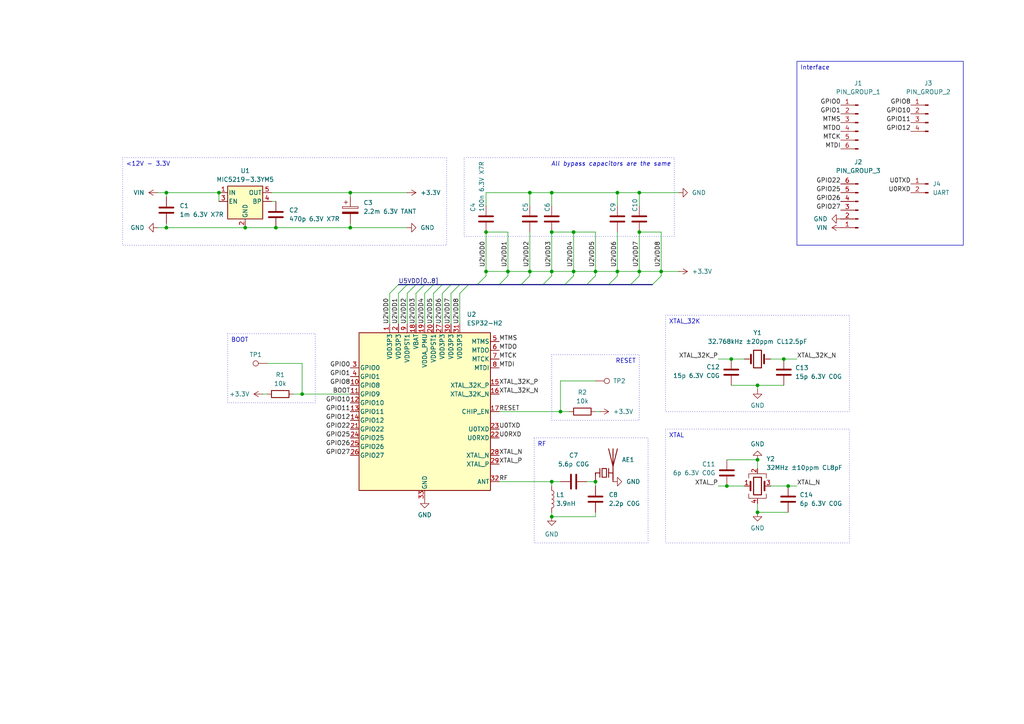
<source format=kicad_sch>
(kicad_sch (version 20250114) (generator "eeschema") (generator_version "9.0")
  (paper "A4")
  (title_block (title "ESP32-H2-THTKIT") (date "2025-05-28") (rev "1.0.0") (company "SIVAKOV.TECH"))
  (lib_symbols
    (symbol "Connector:Conn_01x02_Pin" (pin_names (offset 1.016) (hide yes))
      (property "Reference" "J" (at 0 2.54 0))
      (property "Value" "Conn_01x02_Pin" (at 0 -5.08 0))
      (symbol "Conn_01x02_Pin_1_1"
        (rectangle (start 0.8636 0.127) (end 0 -0.127) (stroke (width 0.1524)) (fill (type outline)))
        (rectangle (start 0.8636 -2.413) (end 0 -2.667) (stroke (width 0.1524)) (fill (type outline)))
        (polyline (pts (xy 1.27 0) (xy 0.8636 0)) (stroke (width 0.1524)))
        (polyline (pts (xy 1.27 -2.54) (xy 0.8636 -2.54)) (stroke (width 0.1524)))
        (pin passive line (at 5.08 0 180) (length 3.81) (name "Pin_1") (number "1"))
        (pin passive line (at 5.08 -2.54 180) (length 3.81) (name "Pin_2") (number "2"))
      )
    )
    (symbol "Connector:Conn_01x04_Pin" (pin_names (offset 1.016) (hide yes))
      (property "Reference" "J" (at 0 5.08 0))
      (property "Value" "Conn_01x04_Pin" (at 0 -7.62 0))
      (symbol "Conn_01x04_Pin_1_1"
        (rectangle (start 0.8636 2.667) (end 0 2.413) (stroke (width 0.1524)) (fill (type outline)))
        (rectangle (start 0.8636 0.127) (end 0 -0.127) (stroke (width 0.1524)) (fill (type outline)))
        (rectangle (start 0.8636 -2.413) (end 0 -2.667) (stroke (width 0.1524)) (fill (type outline)))
        (rectangle (start 0.8636 -4.953) (end 0 -5.207) (stroke (width 0.1524)) (fill (type outline)))
        (polyline (pts (xy 1.27 2.54) (xy 0.8636 2.54)) (stroke (width 0.1524)))
        (polyline (pts (xy 1.27 0) (xy 0.8636 0)) (stroke (width 0.1524)))
        (polyline (pts (xy 1.27 -2.54) (xy 0.8636 -2.54)) (stroke (width 0.1524)))
        (polyline (pts (xy 1.27 -5.08) (xy 0.8636 -5.08)) (stroke (width 0.1524)))
        (pin passive line (at 5.08 2.54 180) (length 3.81) (name "Pin_1") (number "1"))
        (pin passive line (at 5.08 0 180) (length 3.81) (name "Pin_2") (number "2"))
        (pin passive line (at 5.08 -2.54 180) (length 3.81) (name "Pin_3") (number "3"))
        (pin passive line (at 5.08 -5.08 180) (length 3.81) (name "Pin_4") (number "4"))
      )
    )
    (symbol "Connector:Conn_01x06_Pin" (pin_names (offset 1.016) (hide yes))
      (property "Reference" "J" (at 0 7.62 0))
      (property "Value" "Conn_01x06_Pin" (at 0 -10.16 0))
      (symbol "Conn_01x06_Pin_1_1"
        (rectangle (start 0.8636 5.207) (end 0 4.953) (stroke (width 0.1524)) (fill (type outline)))
        (rectangle (start 0.8636 2.667) (end 0 2.413) (stroke (width 0.1524)) (fill (type outline)))
        (rectangle (start 0.8636 0.127) (end 0 -0.127) (stroke (width 0.1524)) (fill (type outline)))
        (rectangle (start 0.8636 -2.413) (end 0 -2.667) (stroke (width 0.1524)) (fill (type outline)))
        (rectangle (start 0.8636 -4.953) (end 0 -5.207) (stroke (width 0.1524)) (fill (type outline)))
        (rectangle (start 0.8636 -7.493) (end 0 -7.747) (stroke (width 0.1524)) (fill (type outline)))
        (polyline (pts (xy 1.27 5.08) (xy 0.8636 5.08)) (stroke (width 0.1524)))
        (polyline (pts (xy 1.27 2.54) (xy 0.8636 2.54)) (stroke (width 0.1524)))
        (polyline (pts (xy 1.27 0) (xy 0.8636 0)) (stroke (width 0.1524)))
        (polyline (pts (xy 1.27 -2.54) (xy 0.8636 -2.54)) (stroke (width 0.1524)))
        (polyline (pts (xy 1.27 -5.08) (xy 0.8636 -5.08)) (stroke (width 0.1524)))
        (polyline (pts (xy 1.27 -7.62) (xy 0.8636 -7.62)) (stroke (width 0.1524)))
        (pin passive line (at 5.08 5.08 180) (length 3.81) (name "Pin_1") (number "1"))
        (pin passive line (at 5.08 2.54 180) (length 3.81) (name "Pin_2") (number "2"))
        (pin passive line (at 5.08 0 180) (length 3.81) (name "Pin_3") (number "3"))
        (pin passive line (at 5.08 -2.54 180) (length 3.81) (name "Pin_4") (number "4"))
        (pin passive line (at 5.08 -5.08 180) (length 3.81) (name "Pin_5") (number "5"))
        (pin passive line (at 5.08 -7.62 180) (length 3.81) (name "Pin_6") (number "6"))
      )
    )
    (symbol "Connector:TestPoint" (pin_numbers (hide yes)) (pin_names (offset 0.762) (hide yes))
      (property "Reference" "TP" (at 0 6.858 0))
      (property "Value" "TestPoint" (at 0 5.08 0))
      (symbol "TestPoint_0_1"
        (circle (center 0 3.302) (radius 0.762))
      )
      (symbol "TestPoint_1_1"
        (pin passive line (at 0 0 90) (length 2.54) (name "1") (number "1"))
      )
    )
    (symbol "Device:Antenna_Chip" (pin_numbers (hide yes)) (pin_names (offset 1.016) (hide yes))
      (property "Reference" "AE" (at 0 5.08 0))
      (property "Value" "Antenna_Chip" (at 0 3.175 0))
      (symbol "Antenna_Chip_0_1"
        (polyline (pts (xy -2.54 0) (xy -2.54 -0.635)) (stroke (width 0.254)))
        (polyline (pts (xy -2.54 0) (xy -1.27 0)) (stroke (width 0.254)))
        (polyline (pts (xy -1.27 1.27) (xy -1.27 -1.27) (xy -1.27 0)) (stroke (width 0.254)))
        (polyline (pts (xy -0.635 1.27) (xy 0.635 1.27) (xy 0.635 -1.27) (xy -0.635 -1.27) (xy -0.635 1.27)) (stroke (width 0.254)))
        (polyline (pts (xy 1.27 1.27) (xy 1.27 -1.27)) (stroke (width 0.254)))
        (polyline (pts (xy 1.27 0) (xy 2.54 0)) (stroke (width 0.254)))
        (polyline (pts (xy 2.54 6.985) (xy 2.54 -1.905)) (stroke (width 0.254)))
        (polyline (pts (xy 2.54 -0.635) (xy 2.54 0)))
        (polyline (pts (xy 3.81 6.985) (xy 2.54 1.905) (xy 1.27 6.985)) (stroke (width 0.254)))
      )
      (symbol "Antenna_Chip_1_1"
        (pin input line (at -2.54 -2.54 90) (length 2.54) (name "FEED") (number "1"))
        (pin passive line (at 2.54 -2.54 90) (length 2.54) (name "PCB_Trace") (number "2"))
      )
    )
    (symbol "Device:C" (pin_numbers (hide yes)) (pin_names (offset 0.254))
      (property "Reference" "C" (at 0.635 2.54 0))
      (property "Value" "C" (at 0.635 -2.54 0))
      (symbol "C_0_1"
        (polyline (pts (xy -2.032 0.762) (xy 2.032 0.762)) (stroke (width 0.508)))
        (polyline (pts (xy -2.032 -0.762) (xy 2.032 -0.762)) (stroke (width 0.508)))
      )
      (symbol "C_1_1"
        (pin passive line (at 0 3.81 270) (length 2.794) (name "~") (number "1"))
        (pin passive line (at 0 -3.81 90) (length 2.794) (name "~") (number "2"))
      )
    )
    (symbol "Device:C_Polarized" (pin_numbers (hide yes)) (pin_names (offset 0.254))
      (property "Reference" "C" (at 0.635 2.54 0))
      (property "Value" "C_Polarized" (at 0.635 -2.54 0))
      (symbol "C_Polarized_0_1"
        (rectangle (start -2.286 0.508) (end 2.286 1.016))
        (polyline (pts (xy -1.778 2.286) (xy -0.762 2.286)))
        (polyline (pts (xy -1.27 2.794) (xy -1.27 1.778)))
        (rectangle (start 2.286 -0.508) (end -2.286 -1.016) (fill (type outline)))
      )
      (symbol "C_Polarized_1_1"
        (pin passive line (at 0 3.81 270) (length 2.794) (name "~") (number "1"))
        (pin passive line (at 0 -3.81 90) (length 2.794) (name "~") (number "2"))
      )
    )
    (symbol "Device:Crystal" (pin_numbers (hide yes)) (pin_names (offset 1.016) (hide yes))
      (property "Reference" "Y" (at 0 3.81 0))
      (property "Value" "Crystal" (at 0 -3.81 0))
      (symbol "Crystal_0_1"
        (polyline (pts (xy -2.54 0) (xy -1.905 0)))
        (polyline (pts (xy -1.905 -1.27) (xy -1.905 1.27)) (stroke (width 0.508)))
        (rectangle (start -1.143 2.54) (end 1.143 -2.54) (stroke (width 0.3048)))
        (polyline (pts (xy 1.905 -1.27) (xy 1.905 1.27)) (stroke (width 0.508)))
        (polyline (pts (xy 2.54 0) (xy 1.905 0)))
      )
      (symbol "Crystal_1_1"
        (pin passive line (at -3.81 0 0) (length 1.27) (name "1") (number "1"))
        (pin passive line (at 3.81 0 180) (length 1.27) (name "2") (number "2"))
      )
    )
    (symbol "Device:Crystal_GND24" (pin_names (offset 1.016) (hide yes))
      (property "Reference" "Y" (at 3.175 5.08 0))
      (property "Value" "Crystal_GND24" (at 3.175 3.175 0))
      (symbol "Crystal_GND24_0_1"
        (polyline (pts (xy -2.54 2.286) (xy -2.54 3.556) (xy 2.54 3.556) (xy 2.54 2.286)))
        (polyline (pts (xy -2.54 0) (xy -2.032 0)))
        (polyline (pts (xy -2.54 -2.286) (xy -2.54 -3.556) (xy 2.54 -3.556) (xy 2.54 -2.286)))
        (polyline (pts (xy -2.032 -1.27) (xy -2.032 1.27)) (stroke (width 0.508)))
        (rectangle (start -1.143 2.54) (end 1.143 -2.54) (stroke (width 0.3048)))
        (polyline (pts (xy 0 3.556) (xy 0 3.81)))
        (polyline (pts (xy 0 -3.81) (xy 0 -3.556)))
        (polyline (pts (xy 2.032 0) (xy 2.54 0)))
        (polyline (pts (xy 2.032 -1.27) (xy 2.032 1.27)) (stroke (width 0.508)))
      )
      (symbol "Crystal_GND24_1_1"
        (pin passive line (at -3.81 0 0) (length 1.27) (name "1") (number "1"))
        (pin passive line (at 0 5.08 270) (length 1.27) (name "2") (number "2"))
        (pin passive line (at 0 -5.08 90) (length 1.27) (name "4") (number "4"))
        (pin passive line (at 3.81 0 180) (length 1.27) (name "3") (number "3"))
      )
    )
    (symbol "Device:L" (pin_numbers (hide yes)) (pin_names (offset 1.016) (hide yes))
      (property "Reference" "L" (at -1.27 0 90))
      (property "Value" "L" (at 1.905 0 90))
      (symbol "L_0_1"
        (arc (start 0 2.54) (mid 0.6323 1.905) (end 0 1.27))
        (arc (start 0 1.27) (mid 0.6323 0.635) (end 0 0))
        (arc (start 0 0) (mid 0.6323 -0.635) (end 0 -1.27))
        (arc (start 0 -1.27) (mid 0.6323 -1.905) (end 0 -2.54))
      )
      (symbol "L_1_1"
        (pin passive line (at 0 3.81 270) (length 1.27) (name "1") (number "1"))
        (pin passive line (at 0 -3.81 90) (length 1.27) (name "2") (number "2"))
      )
    )
    (symbol "PCM_SKC_MCU_Espressif:ESP32-H2" (pin_names (offset 0.254))
      (property "Reference" "U" (at 12.954 24.384 0))
      (property "Value" "ESP32-H2" (at 12.954 21.844 0))
      (symbol "ESP32-H2_1_1"
        (rectangle (start -19.05 19.05) (end 19.05 -26.67) (stroke (width 0.254)) (fill (type background)))
        (pin bidirectional line (at -21.59 8.89 0) (length 2.54) (name "GPIO0") (number "3"))
        (pin bidirectional line (at -21.59 6.35 0) (length 2.54) (name "GPIO1") (number "4"))
        (pin bidirectional line (at -21.59 3.81 0) (length 2.54) (name "GPIO8") (number "10"))
        (pin bidirectional line (at -21.59 1.27 0) (length 2.54) (name "GPIO9") (number "11"))
        (pin bidirectional line (at -21.59 -1.27 0) (length 2.54) (name "GPIO10") (number "12"))
        (pin bidirectional line (at -21.59 -3.81 0) (length 2.54) (name "GPIO11") (number "13"))
        (pin bidirectional line (at -21.59 -6.35 0) (length 2.54) (name "GPIO12") (number "14"))
        (pin bidirectional line (at -21.59 -8.89 0) (length 2.54) (name "GPIO22") (number "21"))
        (pin bidirectional line (at -21.59 -11.43 0) (length 2.54) (name "GPIO25") (number "24"))
        (pin bidirectional line (at -21.59 -13.97 0) (length 2.54) (name "GPIO26") (number "25"))
        (pin bidirectional line (at -21.59 -16.51 0) (length 2.54) (name "GPIO27") (number "26"))
        (pin power_in line (at -10.16 21.59 270) (length 2.54) (name "VDD3P3") (number "1"))
        (pin power_in line (at -7.62 21.59 270) (length 2.54) (name "VDD3P3") (number "2"))
        (pin power_in line (at -5.08 21.59 270) (length 2.54) (name "VDDPST1") (number "9"))
        (pin power_in line (at -2.54 21.59 270) (length 2.54) (name "VBAT") (number "18"))
        (pin power_in line (at 0 21.59 270) (length 2.54) (name "VDDA_PMU") (number "19"))
        (pin power_in line (at 0 -29.21 90) (length 2.54) (name "GND") (number "33"))
        (pin power_in line (at 2.54 21.59 270) (length 2.54) (name "VDDPST1") (number "20"))
        (pin power_in line (at 5.08 21.59 270) (length 2.54) (name "VDD3P3") (number "27"))
        (pin power_in line (at 7.62 21.59 270) (length 2.54) (name "VDD3P3") (number "30"))
        (pin power_in line (at 10.16 21.59 270) (length 2.54) (name "VDD3P3") (number "31"))
        (pin bidirectional line (at 21.59 16.51 180) (length 2.54) (name "MTMS") (number "5"))
        (pin bidirectional line (at 21.59 13.97 180) (length 2.54) (name "MTDO") (number "6"))
        (pin bidirectional line (at 21.59 11.43 180) (length 2.54) (name "MTCK") (number "7"))
        (pin bidirectional line (at 21.59 8.89 180) (length 2.54) (name "MTDI") (number "8"))
        (pin input line (at 21.59 3.81 180) (length 2.54) (name "XTAL_32K_P") (number "15"))
        (pin input line (at 21.59 1.27 180) (length 2.54) (name "XTAL_32K_N") (number "16"))
        (pin input line (at 21.59 -3.81 180) (length 2.54) (name "CHIP_EN") (number "17"))
        (pin bidirectional line (at 21.59 -8.89 180) (length 2.54) (name "U0TXD") (number "23"))
        (pin bidirectional line (at 21.59 -11.43 180) (length 2.54) (name "U0RXD") (number "22"))
        (pin output line (at 21.59 -16.51 180) (length 2.54) (name "XTAL_N") (number "28"))
        (pin input line (at 21.59 -19.05 180) (length 2.54) (name "XTAL_P") (number "29"))
        (pin passive line (at 21.59 -24.13 180) (length 2.54) (name "ANT") (number "32"))
      )
    )
    (symbol "R_1" (pin_numbers (hide yes)) (pin_names (offset 0))
      (property "Reference" "R" (at 2.032 0 90))
      (property "Value" "R" (at 0 0 90))
      (symbol "R_1_0_1"
        (rectangle (start -1.016 -2.54) (end 1.016 2.54) (stroke (width 0.254)))
      )
      (symbol "R_1_1_1"
        (pin passive line (at 0 3.81 270) (length 1.27) (name "~") (number "1"))
        (pin passive line (at 0 -3.81 90) (length 1.27) (name "~") (number "2"))
      )
    )
    (symbol "Regulator_Linear:MIC5219-3.3YM5" (pin_names (offset 0.254))
      (property "Reference" "U" (at -3.81 5.715 0))
      (property "Value" "MIC5219-3.3YM5" (at 0 5.715 0))
      (symbol "MIC5219-3.3YM5_0_1"
        (rectangle (start -5.08 4.445) (end 5.08 -5.08) (stroke (width 0.254)) (fill (type background)))
      )
      (symbol "MIC5219-3.3YM5_1_1"
        (pin power_in line (at -7.62 2.54 0) (length 2.54) (name "IN") (number "1"))
        (pin input line (at -7.62 0 0) (length 2.54) (name "EN") (number "3"))
        (pin power_in line (at 0 -7.62 90) (length 2.54) (name "GND") (number "2"))
        (pin power_out line (at 7.62 2.54 180) (length 2.54) (name "OUT") (number "5"))
        (pin input line (at 7.62 0 180) (length 2.54) (name "BP") (number "4"))
      )
    )
    (symbol "power:+3.3V" (power) (pin_numbers (hide yes)) (pin_names (offset 0) (hide yes))
      (property "Value" "+3.3V" (at 0 3.556 0))
      (symbol "+3.3V_0_1"
        (polyline (pts (xy -0.762 1.27) (xy 0 2.54)))
        (polyline (pts (xy 0 2.54) (xy 0.762 1.27)))
        (polyline (pts (xy 0 0) (xy 0 2.54)))
      )
      (symbol "+3.3V_1_1"
        (pin power_in line (at 0 0 90) (length 0) (name "~") (number "1"))
      )
    )
    (symbol "power:GND" (power) (pin_numbers (hide yes)) (pin_names (offset 0) (hide yes))
      (property "Value" "GND" (at 0 -3.81 0))
      (symbol "GND_0_1"
        (polyline (pts (xy 0 0) (xy 0 -1.27) (xy 1.27 -1.27) (xy 0 -2.54) (xy -1.27 -1.27) (xy 0 -1.27)))
      )
      (symbol "GND_1_1"
        (pin power_in line (at 0 0 270) (length 0) (name "~") (number "1"))
      )
    )
    (symbol "power:VCC" (power) (pin_numbers (hide yes)) (pin_names (offset 0) (hide yes))
      (property "Value" "VCC" (at 0 3.556 0))
      (symbol "VCC_0_1"
        (polyline (pts (xy -0.762 1.27) (xy 0 2.54)))
        (polyline (pts (xy 0 2.54) (xy 0.762 1.27)))
        (polyline (pts (xy 0 0) (xy 0 2.54)))
      )
      (symbol "VCC_1_1"
        (pin power_in line (at 0 0 90) (length 0) (name "~") (number "1"))
      )
    )
  )
  (text_box "XTAL" (at 193.04 124.46 0) (size 53.34 33.02) (margins 0.9525 0.9525 0.9525 0.9525) (stroke (width 0) (type dot)) (effects (font (size 1.27 1.27)) (justify left top)))
  (text_box "RESET" (at 160.02 102.87 0) (size 25.4 19.05) (margins 0.9525 0.9525 0.9525 0.9525) (stroke (width 0) (type dot)) (effects (font (size 1.27 1.27)) (justify right top)))
  (text_box "XTAL_32K" (at 193.04 91.44 0) (size 53.34 27.94) (margins 0.9525 0.9525 0.9525 0.9525) (stroke (width 0) (type dot)) (effects (font (size 1.27 1.27)) (justify left top)))
  (text_box "All bypass capacitors are the same" (at 134.62 45.72 0) (size 60.96 22.86) (margins 0.9525 0.9525 0.9525 0.9525) (stroke (width 0) (type dot)) (effects (font (size 1.27 1.27) (italic yes)) (justify right top)))
  (text_box "BOOT" (at 66.04 96.774 0) (size 25.4 20.066) (margins 0.9525 0.9525 0.9525 0.9525) (stroke (width 0) (type dot)) (effects (font (size 1.27 1.27)) (justify left top)))
  (text_box "Interface" (at 231.14 17.78 0) (size 48.26 53.34) (margins 0.9525 0.9525 0.9525 0.9525) (effects (font (size 1.27 1.27)) (justify left top)))
  (text_box "<12V - 3.3V" (at 35.56 45.72 0) (size 93.98 25.4) (margins 0.9525 0.9525 0.9525 0.9525) (stroke (width 0) (type dot)) (effects (font (size 1.27 1.27)) (justify left top)))
  (text_box "RF" (at 154.94 127 0) (size 33.02 30.48) (margins 0.9525 0.9525 0.9525 0.9525) (stroke (width 0) (type dot)) (effects (font (size 1.27 1.27)) (justify left top)))
  (junction (at 219.71 133.35))
  (junction (at 210.82 140.97))
  (junction (at 101.6 55.88))
  (junction (at 160.02 149.86))
  (junction (at 140.97 67.31))
  (junction (at 160.02 67.31))
  (junction (at 166.37 67.31))
  (junction (at 172.72 78.74))
  (junction (at 153.67 78.74))
  (junction (at 48.26 66.04))
  (junction (at 219.71 148.59))
  (junction (at 160.02 139.7))
  (junction (at 160.02 78.74))
  (junction (at 80.01 66.04))
  (junction (at 227.33 104.14))
  (junction (at 101.6 66.04))
  (junction (at 212.09 104.14))
  (junction (at 191.77 78.74))
  (junction (at 219.71 111.76))
  (junction (at 162.56 119.38))
  (junction (at 185.42 78.74))
  (junction (at 48.26 55.88))
  (junction (at 166.37 78.74))
  (junction (at 172.72 139.7))
  (junction (at 185.42 67.31))
  (junction (at 140.97 78.74))
  (junction (at 87.63 114.3))
  (junction (at 179.07 55.88))
  (junction (at 160.02 55.88))
  (junction (at 228.6 140.97))
  (junction (at 147.32 78.74))
  (junction (at 153.67 55.88))
  (junction (at 185.42 55.88))
  (junction (at 179.07 78.74))
  (junction (at 63.5 55.88))
  (junction (at 71.12 66.04))
  (bus_entry (at 118.11 85.09) (size 2.54 -2.54))
  (bus_entry (at 182.88 82.55) (size 2.54 -2.54))
  (bus_entry (at 123.19 85.09) (size 2.54 -2.54))
  (bus_entry (at 138.43 82.55) (size 2.54 -2.54))
  (bus_entry (at 144.78 82.55) (size 2.54 -2.54))
  (bus_entry (at 125.73 85.09) (size 2.54 -2.54))
  (bus_entry (at 120.65 85.09) (size 2.54 -2.54))
  (bus_entry (at 133.35 85.09) (size 2.54 -2.54))
  (bus_entry (at 170.18 82.55) (size 2.54 -2.54))
  (bus_entry (at 115.57 85.09) (size 2.54 -2.54))
  (bus_entry (at 176.53 82.55) (size 2.54 -2.54))
  (bus_entry (at 113.03 85.09) (size 2.54 -2.54))
  (bus_entry (at 128.27 85.09) (size 2.54 -2.54))
  (bus_entry (at 163.83 82.55) (size 2.54 -2.54))
  (bus_entry (at 189.23 82.55) (size 2.54 -2.54))
  (bus_entry (at 151.13 82.55) (size 2.54 -2.54))
  (bus_entry (at 157.48 82.55) (size 2.54 -2.54))
  (bus_entry (at 130.81 85.09) (size 2.54 -2.54))
  (wire (pts (xy 140.97 55.88) (xy 153.67 55.88)))
  (wire (pts (xy 160.02 67.31) (xy 160.02 78.74)))
  (wire (pts (xy 133.35 85.09) (xy 133.35 93.98)))
  (wire (pts (xy 172.72 140.97) (xy 172.72 139.7)))
  (bus (pts (xy 135.89 82.55) (xy 138.43 82.55)))
  (wire (pts (xy 160.02 67.31) (xy 166.37 67.31)))
  (wire (pts (xy 118.11 85.09) (xy 118.11 93.98)))
  (bus (pts (xy 128.27 82.55) (xy 130.81 82.55)))
  (wire (pts (xy 185.42 55.88) (xy 196.85 55.88)))
  (bus (pts (xy 115.57 82.55) (xy 118.11 82.55)))
  (bus (pts (xy 118.11 82.55) (xy 120.65 82.55)))
  (bus (pts (xy 170.18 82.55) (xy 176.53 82.55)))
  (wire (pts (xy 185.42 67.31) (xy 185.42 78.74)))
  (wire (pts (xy 219.71 146.05) (xy 219.71 148.59)))
  (wire (pts (xy 113.03 85.09) (xy 113.03 93.98)))
  (wire (pts (xy 87.63 105.41) (xy 77.47 105.41)))
  (wire (pts (xy 101.6 64.77) (xy 101.6 66.04)))
  (wire (pts (xy 210.82 140.97) (xy 215.9 140.97)))
  (wire (pts (xy 191.77 78.74) (xy 191.77 67.31)))
  (wire (pts (xy 128.27 85.09) (xy 128.27 93.98)))
  (wire (pts (xy 166.37 67.31) (xy 172.72 67.31)))
  (wire (pts (xy 140.97 78.74) (xy 147.32 78.74)))
  (wire (pts (xy 179.07 67.31) (xy 179.07 78.74)))
  (wire (pts (xy 101.6 55.88) (xy 78.74 55.88)))
  (wire (pts (xy 219.71 111.76) (xy 227.33 111.76)))
  (wire (pts (xy 185.42 67.31) (xy 191.77 67.31)))
  (bus (pts (xy 133.35 82.55) (xy 135.89 82.55)))
  (wire (pts (xy 160.02 55.88) (xy 160.02 59.69)))
  (wire (pts (xy 48.26 64.77) (xy 48.26 66.04)))
  (wire (pts (xy 160.02 140.97) (xy 160.02 139.7)))
  (wire (pts (xy 147.32 67.31) (xy 147.32 78.74)))
  (wire (pts (xy 179.07 78.74) (xy 179.07 80.01)))
  (wire (pts (xy 140.97 55.88) (xy 140.97 59.69)))
  (wire (pts (xy 140.97 78.74) (xy 140.97 80.01)))
  (wire (pts (xy 185.42 55.88) (xy 185.42 59.69)))
  (bus (pts (xy 138.43 82.55) (xy 144.78 82.55)))
  (wire (pts (xy 185.42 78.74) (xy 185.42 80.01)))
  (wire (pts (xy 172.72 149.86) (xy 172.72 148.59)))
  (wire (pts (xy 166.37 78.74) (xy 172.72 78.74)))
  (wire (pts (xy 160.02 139.7) (xy 162.56 139.7)))
  (bus (pts (xy 130.81 82.55) (xy 133.35 82.55)))
  (wire (pts (xy 153.67 78.74) (xy 153.67 80.01)))
  (wire (pts (xy 147.32 78.74) (xy 147.32 80.01)))
  (wire (pts (xy 208.28 140.97) (xy 210.82 140.97)))
  (wire (pts (xy 219.71 113.03) (xy 219.71 111.76)))
  (wire (pts (xy 185.42 78.74) (xy 191.77 78.74)))
  (wire (pts (xy 153.67 55.88) (xy 160.02 55.88)))
  (wire (pts (xy 172.72 78.74) (xy 179.07 78.74)))
  (wire (pts (xy 160.02 139.7) (xy 144.78 139.7)))
  (wire (pts (xy 48.26 55.88) (xy 63.5 55.88)))
  (wire (pts (xy 153.67 67.31) (xy 153.67 78.74)))
  (wire (pts (xy 85.09 114.3) (xy 87.63 114.3)))
  (wire (pts (xy 115.57 85.09) (xy 115.57 93.98)))
  (wire (pts (xy 63.5 55.88) (xy 63.5 58.42)))
  (wire (pts (xy 212.09 111.76) (xy 219.71 111.76)))
  (bus (pts (xy 176.53 82.55) (xy 182.88 82.55)))
  (wire (pts (xy 219.71 133.35) (xy 219.71 135.89)))
  (wire (pts (xy 162.56 119.38) (xy 165.1 119.38)))
  (wire (pts (xy 120.65 85.09) (xy 120.65 93.98)))
  (wire (pts (xy 147.32 78.74) (xy 153.67 78.74)))
  (wire (pts (xy 162.56 110.49) (xy 162.56 119.38)))
  (wire (pts (xy 172.72 67.31) (xy 172.72 78.74)))
  (bus (pts (xy 157.48 82.55) (xy 163.83 82.55)))
  (wire (pts (xy 80.01 66.04) (xy 101.6 66.04)))
  (wire (pts (xy 210.82 133.35) (xy 219.71 133.35)))
  (wire (pts (xy 179.07 55.88) (xy 179.07 59.69)))
  (wire (pts (xy 153.67 55.88) (xy 153.67 59.69)))
  (bus (pts (xy 182.88 82.55) (xy 189.23 82.55)))
  (wire (pts (xy 78.74 58.42) (xy 80.01 58.42)))
  (wire (pts (xy 223.52 140.97) (xy 228.6 140.97)))
  (wire (pts (xy 160.02 78.74) (xy 166.37 78.74)))
  (bus (pts (xy 151.13 82.55) (xy 157.48 82.55)))
  (wire (pts (xy 153.67 78.74) (xy 160.02 78.74)))
  (wire (pts (xy 87.63 114.3) (xy 101.6 114.3)))
  (wire (pts (xy 160.02 149.86) (xy 172.72 149.86)))
  (wire (pts (xy 166.37 78.74) (xy 166.37 80.01)))
  (wire (pts (xy 48.26 66.04) (xy 71.12 66.04)))
  (wire (pts (xy 147.32 67.31) (xy 140.97 67.31)))
  (wire (pts (xy 208.28 104.14) (xy 212.09 104.14)))
  (wire (pts (xy 191.77 78.74) (xy 196.85 78.74)))
  (wire (pts (xy 118.11 66.04) (xy 101.6 66.04)))
  (wire (pts (xy 212.09 104.14) (xy 215.9 104.14)))
  (wire (pts (xy 125.73 85.09) (xy 125.73 93.98)))
  (wire (pts (xy 162.56 110.49) (xy 172.72 110.49)))
  (wire (pts (xy 223.52 104.14) (xy 227.33 104.14)))
  (wire (pts (xy 101.6 57.15) (xy 101.6 55.88)))
  (wire (pts (xy 162.56 119.38) (xy 144.78 119.38)))
  (wire (pts (xy 118.11 55.88) (xy 101.6 55.88)))
  (bus (pts (xy 125.73 82.55) (xy 128.27 82.55)))
  (wire (pts (xy 219.71 148.59) (xy 228.6 148.59)))
  (wire (pts (xy 71.12 66.04) (xy 80.01 66.04)))
  (wire (pts (xy 140.97 67.31) (xy 140.97 78.74)))
  (wire (pts (xy 170.18 139.7) (xy 172.72 139.7)))
  (wire (pts (xy 179.07 78.74) (xy 185.42 78.74)))
  (wire (pts (xy 77.47 114.3) (xy 76.2 114.3)))
  (bus (pts (xy 120.65 82.55) (xy 123.19 82.55)))
  (bus (pts (xy 163.83 82.55) (xy 170.18 82.55)))
  (bus (pts (xy 123.19 82.55) (xy 125.73 82.55)))
  (wire (pts (xy 87.63 105.41) (xy 87.63 114.3)))
  (wire (pts (xy 227.33 104.14) (xy 231.14 104.14)))
  (wire (pts (xy 191.77 78.74) (xy 191.77 80.01)))
  (wire (pts (xy 130.81 85.09) (xy 130.81 93.98)))
  (wire (pts (xy 228.6 140.97) (xy 231.14 140.97)))
  (wire (pts (xy 172.72 78.74) (xy 172.72 80.01)))
  (wire (pts (xy 123.19 85.09) (xy 123.19 93.98)))
  (wire (pts (xy 179.07 55.88) (xy 185.42 55.88)))
  (wire (pts (xy 172.72 119.38) (xy 173.99 119.38)))
  (wire (pts (xy 160.02 78.74) (xy 160.02 80.01)))
  (wire (pts (xy 160.02 149.86) (xy 160.02 148.59)))
  (wire (pts (xy 45.72 66.04) (xy 48.26 66.04)))
  (wire (pts (xy 48.26 57.15) (xy 48.26 55.88)))
  (wire (pts (xy 160.02 55.88) (xy 179.07 55.88)))
  (wire (pts (xy 45.72 55.88) (xy 48.26 55.88)))
  (wire (pts (xy 166.37 67.31) (xy 166.37 78.74)))
  (bus (pts (xy 144.78 82.55) (xy 151.13 82.55)))
  (label "GPIO1" (at 243.84 33.02 180))
  (label "MTCK" (at 144.78 104.14 0))
  (label "RESET" (at 144.78 119.38 0))
  (label "MTDI" (at 144.78 106.68 0))
  (label "GPIO1" (at 101.6 109.22 180))
  (label "${/e6db0464-d5ed-455b-a2e6-781edb73e811/edecc3f9-a7b9-410f-8550-e60d1ac272ad/758f794a-fa4d-451c-bf0b-12229bccd962:REFERENCE}VDD6" (at 179.07 77.47 90))
  (label "${/e6db0464-d5ed-455b-a2e6-781edb73e811/edecc3f9-a7b9-410f-8550-e60d1ac272ad/758f794a-fa4d-451c-bf0b-12229bccd962:REFERENCE}VDD5" (at 125.73 93.98 90))
  (label "XTAL_32K_N" (at 144.78 114.3 0))
  (label "MTMS" (at 243.84 35.56 180))
  (label "RF" (at 144.78 139.7 0))
  (label "${/e6db0464-d5ed-455b-a2e6-781edb73e811/edecc3f9-a7b9-410f-8550-e60d1ac272ad/758f794a-fa4d-451c-bf0b-12229bccd962:REFERENCE}VDD8" (at 133.35 93.98 90))
  (label "GPIO27" (at 243.84 60.96 180))
  (label "XTAL_N" (at 231.14 140.97 0))
  (label "${/e6db0464-d5ed-455b-a2e6-781edb73e811/edecc3f9-a7b9-410f-8550-e60d1ac272ad/758f794a-fa4d-451c-bf0b-12229bccd962:REFERENCE}VDD2" (at 153.67 77.47 90))
  (label "MTMS" (at 144.78 99.06 0))
  (label "${/e6db0464-d5ed-455b-a2e6-781edb73e811/edecc3f9-a7b9-410f-8550-e60d1ac272ad/758f794a-fa4d-451c-bf0b-12229bccd962:REFERENCE}VDD6" (at 128.27 93.98 90))
  (label "GPIO11" (at 264.16 35.56 180))
  (label "${/e6db0464-d5ed-455b-a2e6-781edb73e811/edecc3f9-a7b9-410f-8550-e60d1ac272ad/758f794a-fa4d-451c-bf0b-12229bccd962:REFERENCE}VDD1" (at 115.57 93.98 90))
  (label "${/e6db0464-d5ed-455b-a2e6-781edb73e811/edecc3f9-a7b9-410f-8550-e60d1ac272ad/758f794a-fa4d-451c-bf0b-12229bccd962:REFERENCE}VDD4" (at 123.19 93.98 90))
  (label "GPIO8" (at 101.6 111.76 180))
  (label "${/e6db0464-d5ed-455b-a2e6-781edb73e811/edecc3f9-a7b9-410f-8550-e60d1ac272ad/758f794a-fa4d-451c-bf0b-12229bccd962:REFERENCE}VDD4" (at 166.37 77.47 90))
  (label "${/e6db0464-d5ed-455b-a2e6-781edb73e811/edecc3f9-a7b9-410f-8550-e60d1ac272ad/758f794a-fa4d-451c-bf0b-12229bccd962:REFERENCE}VDD3" (at 160.02 77.47 90))
  (label "${/e6db0464-d5ed-455b-a2e6-781edb73e811/edecc3f9-a7b9-410f-8550-e60d1ac272ad/758f794a-fa4d-451c-bf0b-12229bccd962:REFERENCE}VDD0" (at 140.97 77.47 90))
  (label "GPIO0" (at 101.6 106.68 180))
  (label "GPIO22" (at 243.84 53.34 180))
  (label "GPIO25" (at 101.6 127 180))
  (label "GPIO22" (at 101.6 124.46 180))
  (label "XTAL_32K_P" (at 208.28 104.14 180))
  (label "XTAL_32K_P" (at 144.78 111.76 0))
  (label "MTCK" (at 243.84 40.64 180))
  (label "GPIO25" (at 243.84 55.88 180))
  (label "${/e6db0464-d5ed-455b-a2e6-781edb73e811/edecc3f9-a7b9-410f-8550-e60d1ac272ad/758f794a-fa4d-451c-bf0b-12229bccd962:REFERENCE}VDD7" (at 185.42 77.47 90))
  (label "XTAL_P" (at 208.28 140.97 180))
  (label "GPIO26" (at 243.84 58.42 180))
  (label "U0TXD" (at 144.78 124.46 0))
  (label "GPIO12" (at 264.16 38.1 180))
  (label "MTDO" (at 144.78 101.6 0))
  (label "XTAL_N" (at 144.78 132.08 0))
  (label "${/e6db0464-d5ed-455b-a2e6-781edb73e811/edecc3f9-a7b9-410f-8550-e60d1ac272ad/758f794a-fa4d-451c-bf0b-12229bccd962:REFERENCE}VDD8" (at 191.77 77.47 90))
  (label "U5VDD[0..8]" (at 115.57 82.55 0))
  (label "MTDO" (at 243.84 38.1 180))
  (label "MTDI" (at 243.84 43.18 180))
  (label "${/e6db0464-d5ed-455b-a2e6-781edb73e811/edecc3f9-a7b9-410f-8550-e60d1ac272ad/758f794a-fa4d-451c-bf0b-12229bccd962:REFERENCE}VDD2" (at 118.11 93.98 90))
  (label "XTAL_32K_N" (at 231.14 104.14 0))
  (label "BOOT" (at 101.6 114.3 180))
  (label "XTAL_P" (at 144.78 134.62 0))
  (label "GPIO8" (at 264.16 30.48 180))
  (label "GPIO0" (at 243.84 30.48 180))
  (label "${/e6db0464-d5ed-455b-a2e6-781edb73e811/edecc3f9-a7b9-410f-8550-e60d1ac272ad/758f794a-fa4d-451c-bf0b-12229bccd962:REFERENCE}VDD3" (at 120.65 93.98 90))
  (label "${/e6db0464-d5ed-455b-a2e6-781edb73e811/edecc3f9-a7b9-410f-8550-e60d1ac272ad/758f794a-fa4d-451c-bf0b-12229bccd962:REFERENCE}VDD0" (at 113.03 93.98 90))
  (label "U0RXD" (at 144.78 127 0))
  (label "${/e6db0464-d5ed-455b-a2e6-781edb73e811/edecc3f9-a7b9-410f-8550-e60d1ac272ad/758f794a-fa4d-451c-bf0b-12229bccd962:REFERENCE}VDD7" (at 130.81 93.98 90))
  (label "GPIO26" (at 101.6 129.54 180))
  (label "GPIO27" (at 101.6 132.08 180))
  (label "GPIO10" (at 101.6 116.84 180))
  (label "U0TXD" (at 264.16 53.34 180))
  (label "GPIO12" (at 101.6 121.92 180))
  (label "GPIO11" (at 101.6 119.38 180))
  (label "U0RXD" (at 264.16 55.88 180))
  (label "${/e6db0464-d5ed-455b-a2e6-781edb73e811/edecc3f9-a7b9-410f-8550-e60d1ac272ad/758f794a-fa4d-451c-bf0b-12229bccd962:REFERENCE}VDD5" (at 172.72 77.47 90))
  (label "GPIO10" (at 264.16 33.02 180))
  (label "${/e6db0464-d5ed-455b-a2e6-781edb73e811/edecc3f9-a7b9-410f-8550-e60d1ac272ad/758f794a-fa4d-451c-bf0b-12229bccd962:REFERENCE}VDD1" (at 147.32 77.47 90))
  (symbol (lib_id "power:+3.3V") (at 76.2 114.3 90) (mirror x) (unit 1)
    (property "Reference" "#PWR03" (effects (hide yes)))
    (property "Value" "+3.3V" (at 72.39 114.2999 90) (effects (justify left)))
    (property "Description" "Power symbol creates a global label with name \"+3.3V\"" (effects (hide yes)))
  )
  (symbol (lib_id "Device:C") (at 140.97 63.5 0) (unit 1)
    (property "Reference" "C4" (at 137.16 61.468 90) (effects (justify left)))
    (property "Value" "100n 6.3V X7R" (at 139.7 61.468 90) (effects (justify left)))
    (property "Footprint" "Capacitor_SMD:C_0402_1005Metric" (effects (hide yes)))
    (property "Description" "Unpolarized capacitor" (effects (hide yes)))
    (property "LCSC PN" "C309458" (effects (hide yes)))
  )
  (symbol (lib_id "Device:C") (at 210.82 137.16 180) (unit 1)
    (property "Reference" "C11" (at 207.518 134.62 0) (effects (justify left)))
    (property "Value" "6p 6.3V C0G" (at 207.518 137.16 0) (effects (justify left)))
    (property "Footprint" "Capacitor_SMD:C_0201_0603Metric" (effects (hide yes)))
    (property "Description" "Unpolarized capacitor" (effects (hide yes)))
    (property "LCSC PN" "C161434" (effects (hide yes)))
  )
  (symbol (lib_id "Connector:TestPoint") (at 77.47 105.41 90) (unit 1) (in_bom no)
    (property "Reference" "TP1" (at 74.168 102.87 90))
    (property "Value" "TestPoint" (effects (hide yes)))
    (property "Footprint" "TestPoint:TestPoint_Pad_D1.0mm" (effects (hide yes)))
    (property "Description" "test point" (effects (hide yes)))
  )
  (symbol (lib_id "power:GND") (at 160.02 149.86 0) (unit 1)
    (property "Reference" "#PWR07" (effects (hide yes)))
    (property "Value" "GND" (at 160.02 154.94 0))
    (property "Description" "Power symbol creates a global label with name \"GND\" , ground" (effects (hide yes)))
  )
  (symbol (lib_id "Device:C") (at 179.07 63.5 0) (unit 1)
    (property "Reference" "C9" (at 177.8 61.468 90) (effects (justify left)))
    (property "Value" "100n 6.3V X7R" (effects (hide yes)))
    (property "Footprint" "Capacitor_SMD:C_0402_1005Metric" (effects (hide yes)))
    (property "Description" "Unpolarized capacitor" (effects (hide yes)))
    (property "LCSC PN" "C309458" (effects (hide yes)))
  )
  (symbol (lib_name "R_1") (lib_id "Device:R") (at 168.91 119.38 90) (unit 1)
    (property "Reference" "R2" (at 168.91 113.792 90))
    (property "Value" "10k" (at 168.91 116.332 90))
    (property "Footprint" "Resistor_SMD:R_0402_1005Metric" (effects (hide yes)))
    (property "Description" "Resistor" (effects (hide yes)))
    (property "LCSC PN" "C25744" (effects (hide yes)))
  )
  (symbol (lib_id "power:GND") (at 219.71 148.59 0) (unit 1)
    (property "Reference" "#PWR014" (effects (hide yes)))
    (property "Value" "GND" (at 219.71 153.162 0))
    (property "Description" "Power symbol creates a global label with name \"GND\" , ground" (effects (hide yes)))
  )
  (symbol (lib_id "power:+3.3V") (at 196.85 78.74 270) (unit 1)
    (property "Reference" "#PWR011" (effects (hide yes)))
    (property "Value" "+3.3V" (at 200.66 78.7399 90) (effects (justify left)))
    (property "Description" "Power symbol creates a global label with name \"+3.3V\"" (effects (hide yes)))
  )
  (symbol (lib_id "Device:C") (at 172.72 144.78 180) (unit 1)
    (property "Reference" "C8" (at 176.53 143.5099 0) (effects (justify right)))
    (property "Value" "2.2p C0G" (at 176.53 146.0499 0) (effects (justify right)))
    (property "Footprint" "Capacitor_SMD:C_0201_0603Metric" (effects (hide yes)))
    (property "Description" "Unpolarized capacitor" (effects (hide yes)))
    (property "LCSC PN" "C710732" (effects (hide yes)))
  )
  (symbol (lib_id "power:VCC") (at 45.72 55.88 90) (unit 1)
    (property "Reference" "#PWR01" (effects (hide yes)))
    (property "Value" "VIN" (at 41.91 55.8799 90) (effects (justify left)))
    (property "Description" "Power symbol creates a global label with name \"VCC\"" (effects (hide yes)))
  )
  (symbol (lib_id "Device:C") (at 80.01 62.23 180) (unit 1)
    (property "Reference" "C2" (at 83.82 60.9599 0) (effects (justify right)))
    (property "Value" "470p 6.3V X7R" (at 83.82 63.4999 0) (effects (justify right)))
    (property "Footprint" "Capacitor_SMD:C_0201_0603Metric" (effects (hide yes)))
    (property "Description" "Unpolarized capacitor" (effects (hide yes)))
    (property "LCSC PN" "C694489" (effects (hide yes)))
  )
  (symbol (lib_id "Device:Crystal_GND24") (at 219.71 140.97 0) (unit 1)
    (property "Reference" "Y2" (at 222.25 133.096 0) (effects (justify left)))
    (property "Value" "32MHz ±10ppm CL8pF" (at 222.25 135.636 0) (effects (justify left)))
    (property "Footprint" "PCM_SKC_Crystals:Crystal_SMD_1612-4Pin_1.6x1.2mm" (effects (hide yes)))
    (property "Description" "Four pin crystal, GND on pins 2 and 4" (effects (hide yes)))
    (property "LCSC PN" "C7301921" (effects (hide yes)))
  )
  (symbol (lib_id "power:GND") (at 243.84 63.5 270) (mirror x) (unit 1)
    (property "Reference" "#PWR015" (effects (hide yes)))
    (property "Value" "GND" (at 240.03 63.5001 90) (effects (justify right)))
    (property "Description" "Power symbol creates a global label with name \"GND\" , ground" (effects (hide yes)))
  )
  (symbol (lib_id "PCM_SKC_MCU_Espressif:ESP32-H2") (at 123.19 115.57 0) (unit 1)
    (property "Reference" "U2" (at 135.382 91.186 0) (effects (justify left)))
    (property "Value" "ESP32-H2" (at 135.382 93.726 0) (effects (justify left)))
    (property "Footprint" "PCM_SKC_MCU_Espressif:TQFN_32_1EP_4x4mm_P0.4mm_EP2.4x2.4mm_Compact" (effects (hide yes)))
    (property "Datasheet" "https://cdn.jsdelivr.net/gh/sivakov512/kicad-library@master/datasheets/MCU/Espressif/Espressif_ESP32-H2.pdf" (effects (hide yes)))
    (property "Description" "2.4 GHz IEEE 802.15.4 + BLE 5 LE MCU, 32-bit RISC-V, 32 GPIO, QFN3" (effects (hide yes)))
    (property "LCSC PN" "C22470214" (effects (hide yes)))
  )
  (symbol (lib_id "Device:Antenna_Chip") (at 175.26 137.16 0) (unit 1) (in_bom no)
    (property "Reference" "AE1" (at 180.34 133.3499 0) (effects (justify left)))
    (property "Value" "Antenna_Chip" (effects (hide yes)))
    (property "Footprint" "PCM_SKC_Antennas_SMD:Antenna_PCB_Espressif_2.4GHz_Right" (effects (hide yes)))
    (property "Description" "Ceramic chip antenna with pin for PCB trace" (effects (hide yes)))
  )
  (symbol (lib_id "Regulator_Linear:MIC5219-3.3YM5") (at 71.12 58.42 0) (unit 1)
    (property "Reference" "U1" (at 71.12 49.53 0))
    (property "Value" "MIC5219-3.3YM5" (at 71.12 52.07 0))
    (property "Footprint" "Package_TO_SOT_SMD:SOT-23-5" (effects (hide yes)))
    (property "Datasheet" "http://ww1.microchip.com/downloads/en/DeviceDoc/MIC5219-500mA-Peak-Output-LDO-Regulator-DS20006021A.pdf" (effects (hide yes)))
    (property "Description" "500mA low dropout linear regulator, fixed 3.3V output, SOT-23-5" (effects (hide yes)))
    (property "LCSC PN" "C29613" (effects (hide yes)))
  )
  (symbol (lib_id "power:GND") (at 196.85 55.88 90) (unit 1)
    (property "Reference" "#PWR010" (effects (hide yes)))
    (property "Value" "GND" (at 200.66 55.8799 90) (effects (justify right)))
    (property "Description" "Power symbol creates a global label with name \"GND\" , ground" (effects (hide yes)))
  )
  (symbol (lib_id "Device:C") (at 166.37 139.7 270) (unit 1)
    (property "Reference" "C7" (at 166.37 132.08 90))
    (property "Value" "5.6p C0G" (at 166.37 134.62 90))
    (property "Footprint" "Capacitor_SMD:C_0201_0603Metric" (effects (hide yes)))
    (property "Description" "Unpolarized capacitor" (effects (hide yes)))
    (property "LCSC PN" "C85914" (effects (hide yes)))
  )
  (symbol (lib_id "Device:C") (at 160.02 63.5 0) (unit 1)
    (property "Reference" "C6" (at 158.75 61.468 90) (effects (justify left)))
    (property "Value" "100n 6.3V X7R" (effects (hide yes)))
    (property "Footprint" "Capacitor_SMD:C_0402_1005Metric" (effects (hide yes)))
    (property "Description" "Unpolarized capacitor" (effects (hide yes)))
    (property "LCSC PN" "C309458" (effects (hide yes)))
  )
  (symbol (lib_id "Device:Crystal") (at 219.71 104.14 0) (unit 1)
    (property "Reference" "Y1" (at 219.71 96.52 0))
    (property "Value" "32.768kHz ±20ppm CL12.5pF" (at 219.71 99.06 0))
    (property "Footprint" "Crystal:Crystal_SMD_2012-2Pin_2.0x1.2mm" (effects (hide yes)))
    (property "Description" "Two pin crystal" (effects (hide yes)))
    (property "LCSC PN" "C55208" (effects (hide yes)))
  )
  (symbol (lib_id "Device:C") (at 228.6 144.78 180) (unit 1)
    (property "Reference" "C14" (at 231.902 143.51 0) (effects (justify right)))
    (property "Value" "6p 6.3V C0G" (at 231.902 146.05 0) (effects (justify right)))
    (property "Footprint" "Capacitor_SMD:C_0201_0603Metric" (effects (hide yes)))
    (property "Description" "Unpolarized capacitor" (effects (hide yes)))
    (property "LCSC PN" "C237455" (effects (hide yes)))
  )
  (symbol (lib_id "Connector:TestPoint") (at 172.72 110.49 270) (unit 1) (in_bom no)
    (property "Reference" "TP2" (at 177.8 110.4899 90) (effects (justify left)))
    (property "Value" "TestPoint" (effects (hide yes)))
    (property "Footprint" "TestPoint:TestPoint_Pad_D1.0mm" (effects (hide yes)))
    (property "Description" "test point" (effects (hide yes)))
  )
  (symbol (lib_id "Connector:Conn_01x06_Pin") (at 248.92 60.96 180) (unit 1) (in_bom no)
    (property "Reference" "J2" (at 248.92 46.99 0))
    (property "Value" "PIN_GROUP_3" (at 248.92 49.53 0))
    (property "Footprint" "PCM_SKC_Connector_PinHeader_2.54mm:PinHeader_1x06_P2.54mm_Vertical_NoSilk" (effects (hide yes)))
    (property "Description" "Generic connector, single row, 01x06, script generated" (effects (hide yes)))
  )
  (symbol (lib_id "power:GND") (at 118.11 66.04 90) (unit 1)
    (property "Reference" "#PWR05" (effects (hide yes)))
    (property "Value" "GND" (at 121.92 66.0399 90) (effects (justify right)))
    (property "Description" "Power symbol creates a global label with name \"GND\" , ground" (effects (hide yes)))
  )
  (symbol (lib_id "power:+3.3V") (at 118.11 55.88 270) (unit 1)
    (property "Reference" "#PWR04" (effects (hide yes)))
    (property "Value" "+3.3V" (at 121.92 55.8799 90) (effects (justify left)))
    (property "Description" "Power symbol creates a global label with name \"+3.3V\"" (effects (hide yes)))
  )
  (symbol (lib_id "power:+3.3V") (at 173.99 119.38 270) (unit 1)
    (property "Reference" "#PWR08" (effects (hide yes)))
    (property "Value" "+3.3V" (at 177.8 119.3799 90) (effects (justify left)))
    (property "Description" "Power symbol creates a global label with name \"+3.3V\"" (effects (hide yes)))
  )
  (symbol (lib_id "Connector:Conn_01x04_Pin") (at 269.24 33.02 0) (mirror y) (unit 1) (in_bom no)
    (property "Reference" "J3" (at 269.24 24.13 0))
    (property "Value" "PIN_GROUP_2" (at 269.24 26.67 0))
    (property "Footprint" "PCM_SKC_Connector_PinHeader_2.54mm:PinHeader_1x04_P2.54mm_Vertical_NoSilk" (effects (hide yes)))
    (property "Description" "Generic connector, single row, 01x04, script generated" (effects (hide yes)))
  )
  (symbol (lib_id "Device:C") (at 153.67 63.5 0) (unit 1)
    (property "Reference" "C5" (at 152.4 61.468 90) (effects (justify left)))
    (property "Value" "100n 6.3V X7R" (effects (hide yes)))
    (property "Footprint" "Capacitor_SMD:C_0402_1005Metric" (effects (hide yes)))
    (property "Description" "Unpolarized capacitor" (effects (hide yes)))
    (property "LCSC PN" "C309458" (effects (hide yes)))
  )
  (symbol (lib_id "Connector:Conn_01x06_Pin") (at 248.92 35.56 0) (mirror y) (unit 1) (in_bom no)
    (property "Reference" "J1" (at 248.92 24.13 0))
    (property "Value" "PIN_GROUP_1" (at 248.92 26.67 0))
    (property "Footprint" "PCM_SKC_Connector_PinHeader_2.54mm:PinHeader_1x06_P2.54mm_Vertical_NoSilk" (effects (hide yes)))
    (property "Description" "Generic connector, single row, 01x06, script generated" (effects (hide yes)))
  )
  (symbol (lib_id "power:GND") (at 177.8 139.7 90) (unit 1)
    (property "Reference" "#PWR09" (effects (hide yes)))
    (property "Value" "GND" (at 181.61 139.6999 90) (effects (justify right)))
    (property "Description" "Power symbol creates a global label with name \"GND\" , ground" (effects (hide yes)))
  )
  (symbol (lib_name "R_1") (lib_id "Device:R") (at 81.28 114.3 270) (mirror x) (unit 1)
    (property "Reference" "R1" (at 81.28 108.712 90))
    (property "Value" "10k" (at 81.28 111.252 90))
    (property "Footprint" "Resistor_SMD:R_0402_1005Metric" (effects (hide yes)))
    (property "Description" "Resistor" (effects (hide yes)))
    (property "LCSC PN" "C25744" (effects (hide yes)))
  )
  (symbol (lib_id "Device:C") (at 212.09 107.95 180) (unit 1)
    (property "Reference" "C12" (at 208.788 106.426 0) (effects (justify left)))
    (property "Value" "15p 6.3V C0G" (at 208.788 108.966 0) (effects (justify left)))
    (property "Footprint" "Capacitor_SMD:C_0201_0603Metric" (effects (hide yes)))
    (property "Description" "Unpolarized capacitor" (effects (hide yes)))
    (property "LCSC PN" "C22374851" (effects (hide yes)))
  )
  (symbol (lib_id "Connector:Conn_01x02_Pin") (at 269.24 53.34 0) (mirror y) (unit 1)
    (property "Reference" "J4" (at 270.51 53.3399 0) (effects (justify right)))
    (property "Value" "UART" (at 270.51 55.8799 0) (effects (justify right)))
    (property "Footprint" "PCM_SKC_Connector_PinHeader_2.54mm:PinHeader_1x02_P2.54mm_Vertical_NoSilk" (effects (hide yes)))
    (property "Description" "Generic connector, single row, 01x02, script generated" (effects (hide yes)))
    (property "LCSC PN" "C7501580" (effects (hide yes)))
  )
  (symbol (lib_id "Device:C_Polarized") (at 101.6 60.96 0) (unit 1)
    (property "Reference" "C3" (at 105.41 58.8009 0) (effects (justify left)))
    (property "Value" "2.2m 6.3V TANT" (at 105.41 61.3409 0) (effects (justify left)))
    (property "Footprint" "Capacitor_Tantalum_SMD:CP_EIA-2012-12_Kemet-R" (effects (hide yes)))
    (property "Description" "Polarized capacitor" (effects (hide yes)))
    (property "LCSC PN" "C444770" (effects (hide yes)))
  )
  (symbol (lib_id "power:GND") (at 123.19 144.78 0) (unit 1)
    (property "Reference" "#PWR06" (effects (hide yes)))
    (property "Value" "GND" (at 123.19 149.352 0))
    (property "Description" "Power symbol creates a global label with name \"GND\" , ground" (effects (hide yes)))
  )
  (symbol (lib_id "power:GND") (at 219.71 133.35 0) (mirror x) (unit 1)
    (property "Reference" "#PWR013" (effects (hide yes)))
    (property "Value" "GND" (at 219.71 128.778 0))
    (property "Description" "Power symbol creates a global label with name \"GND\" , ground" (effects (hide yes)))
  )
  (symbol (lib_id "Device:C") (at 227.33 107.95 180) (unit 1)
    (property "Reference" "C13" (at 230.632 106.68 0) (effects (justify right)))
    (property "Value" "15p 6.3V C0G" (at 230.632 109.22 0) (effects (justify right)))
    (property "Footprint" "Capacitor_SMD:C_0201_0603Metric" (effects (hide yes)))
    (property "Description" "Unpolarized capacitor" (effects (hide yes)))
    (property "LCSC PN" "C237455" (effects (hide yes)))
  )
  (symbol (lib_id "Device:C") (at 48.26 60.96 180) (unit 1)
    (property "Reference" "C1" (at 52.07 59.6899 0) (effects (justify right)))
    (property "Value" "1m 6.3V X7R" (at 52.07 62.2299 0) (effects (justify right)))
    (property "Footprint" "Capacitor_SMD:C_0402_1005Metric" (effects (hide yes)))
    (property "Description" "Unpolarized capacitor" (effects (hide yes)))
    (property "LCSC PN" "C307427" (effects (hide yes)))
  )
  (symbol (lib_id "power:GND") (at 45.72 66.04 270) (unit 1)
    (property "Reference" "#PWR02" (effects (hide yes)))
    (property "Value" "GND" (at 41.91 66.0399 90) (effects (justify right)))
    (property "Description" "Power symbol creates a global label with name \"GND\" , ground" (effects (hide yes)))
  )
  (symbol (lib_id "power:GND") (at 219.71 113.03 0) (unit 1)
    (property "Reference" "#PWR012" (effects (hide yes)))
    (property "Value" "GND" (at 219.71 117.602 0))
    (property "Description" "Power symbol creates a global label with name \"GND\" , ground" (effects (hide yes)))
  )
  (symbol (lib_id "power:VCC") (at 243.84 66.04 90) (mirror x) (unit 1)
    (property "Reference" "#PWR016" (effects (hide yes)))
    (property "Value" "VIN" (at 240.03 66.0401 90) (effects (justify left)))
    (property "Description" "Power symbol creates a global label with name \"VCC\"" (effects (hide yes)))
  )
  (symbol (lib_id "Device:L") (at 160.02 144.78 0) (unit 1)
    (property "Reference" "L1" (at 161.29 143.5099 0) (effects (justify left)))
    (property "Value" "3.9 nH" (at 161.29 146.0499 0) (effects (justify left)))
    (property "Footprint" "Inductor_SMD:L_0402_1005Metric" (effects (hide yes)))
    (property "Description" "Inductor" (effects (hide yes)))
    (property "LCSC PN" "C77109" (effects (hide yes)))
  )
  (symbol (lib_id "Device:C") (at 185.42 63.5 0) (unit 1)
    (property "Reference" "C10" (at 184.15 61.468 90) (effects (justify left)))
    (property "Value" "100n 6.3V X7R" (effects (hide yes)))
    (property "Footprint" "Capacitor_SMD:C_0402_1005Metric" (effects (hide yes)))
    (property "Description" "Unpolarized capacitor" (effects (hide yes)))
    (property "LCSC PN" "C309458" (effects (hide yes)))
  )
)
</source>
